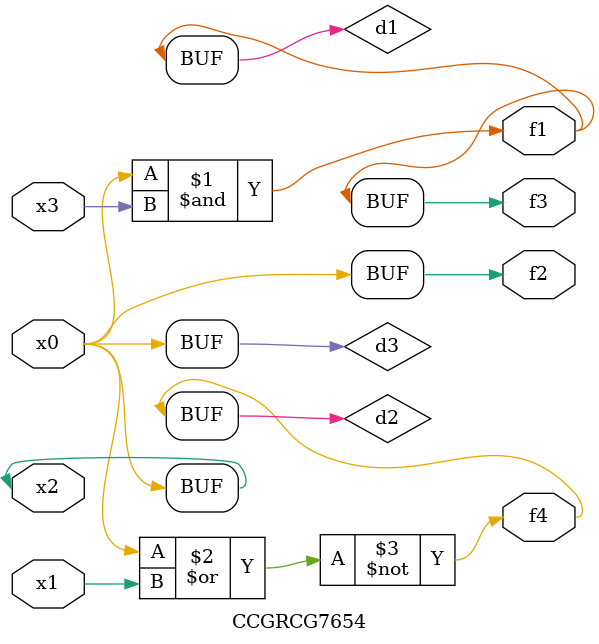
<source format=v>
module CCGRCG7654(
	input x0, x1, x2, x3,
	output f1, f2, f3, f4
);

	wire d1, d2, d3;

	and (d1, x2, x3);
	nor (d2, x0, x1);
	buf (d3, x0, x2);
	assign f1 = d1;
	assign f2 = d3;
	assign f3 = d1;
	assign f4 = d2;
endmodule

</source>
